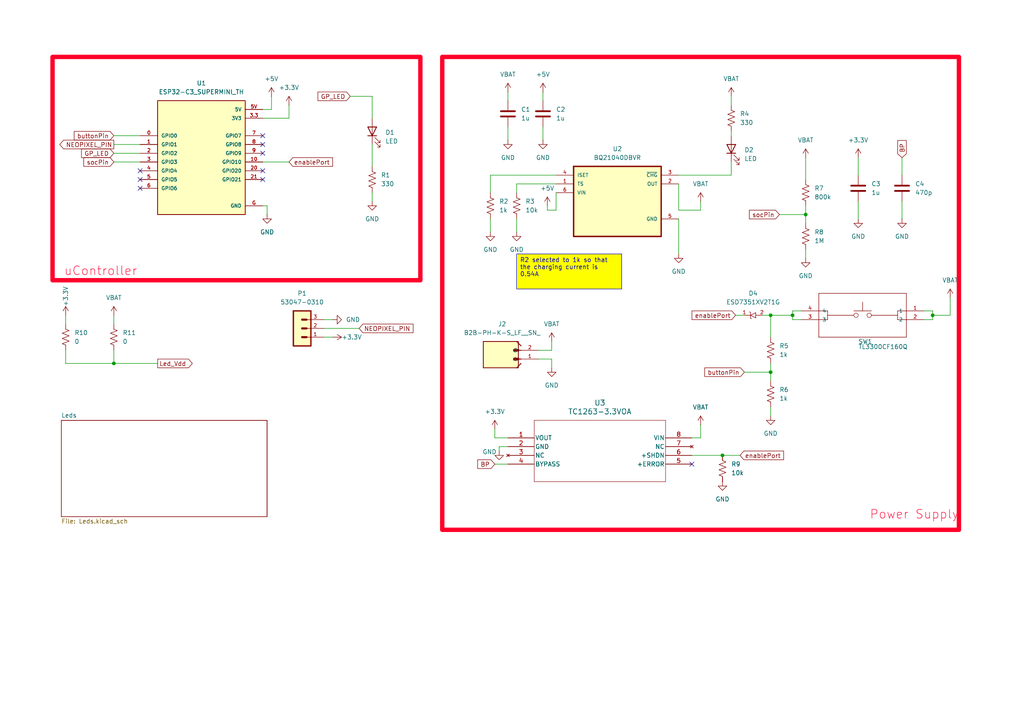
<source format=kicad_sch>
(kicad_sch (version 20250114) (generator "eeschema") (generator_version "9.0")
  (paper "A4")
  (title_block (title "7Tally") (date "2025-09-09") (rev "1.0") (company "Hazcompany"))
  (lib_symbols
    (symbol "53047-0310:53047-0310" (pin_names (offset 1.016))
      (property "Reference" "P" (at -1.27 5.715 0))
      (property "Value" "53047-0310" (at -1.27 -7.62 0))
      (symbol "53047-0310_0_0"
        (rectangle (start -1.27 -5.08) (end 3.81 5.08) (stroke (width 0.4064)) (fill (type background)))
        (polyline (pts (xy 1.27 2.54) (xy 0 2.54)) (stroke (width 0.6096)))
        (polyline (pts (xy 1.27 0) (xy 0 0)) (stroke (width 0.6096)))
        (polyline (pts (xy 1.27 -2.54) (xy 0 -2.54)) (stroke (width 0.6096)))
        (pin passive line (at -5.08 2.54 0) (length 5.08) (name "~") (number "1"))
        (pin passive line (at -5.08 0 0) (length 5.08) (name "~") (number "2"))
        (pin passive line (at -5.08 -2.54 0) (length 5.08) (name "~") (number "3"))
      )
    )
    (symbol "B2B-PH-K-S_LF__SN_:B2B-PH-K-S_LF__SN_" (pin_names (offset 1.016))
      (property "Reference" "J" (at -5.58 5.08 0))
      (property "Value" "B2B-PH-K-S_LF__SN_" (at -5.08 -5.08 0))
      (symbol "B2B-PH-K-S_LF__SN__0_0"
        (polyline (pts (xy -5.08 3.81) (xy -3.81 5.08)) (stroke (width 0.254)))
        (polyline (pts (xy -5.08 2.54) (xy -3.175 2.54)) (stroke (width 0.254)))
        (polyline (pts (xy -5.08 0) (xy -3.175 0)) (stroke (width 0.254)))
        (polyline (pts (xy -5.08 -1.27) (xy -3.81 -2.54)) (stroke (width 0.254)))
        (rectangle (start -4.445 2.2225) (end -2.8575 2.8575) (stroke (width 0.1)) (fill (type outline)))
        (rectangle (start -4.445 -0.3175) (end -2.8575 0.3175) (stroke (width 0.1)) (fill (type outline)))
        (rectangle (start -4.2863 -2.54) (end 5.8738 5.08) (stroke (width 0.254)) (fill (type background)))
        (pin passive line (at -10.16 2.54 0) (length 5.08) (name "1") (number "1"))
        (pin passive line (at -10.16 0 0) (length 5.08) (name "2") (number "2"))
      )
    )
    (symbol "BQ21040DBVR:BQ21040DBVR" (pin_names (offset 1.016))
      (property "Reference" "U" (at -12.7 11.16 0))
      (property "Value" "BQ21040DBVR" (at -12.7 -14.16 0))
      (symbol "BQ21040DBVR_0_0"
        (rectangle (start -12.7 -10.16) (end 12.7 10.16) (stroke (width 0.41)) (fill (type background)))
        (pin input line (at -17.78 7.62 0) (length 5.08) (name "ISET") (number "4"))
        (pin input line (at -17.78 5.08 0) (length 5.08) (name "TS") (number "1"))
        (pin input line (at -17.78 2.54 0) (length 5.08) (name "VIN") (number "6"))
        (pin output line (at 17.78 7.62 180) (length 5.08) (name "~{CHG}") (number "3"))
        (pin output line (at 17.78 5.08 180) (length 5.08) (name "OUT") (number "2"))
        (pin power_in line (at 17.78 -5.08 180) (length 5.08) (name "GND") (number "5"))
      )
    )
    (symbol "Device:C" (pin_numbers (hide yes)) (pin_names (offset 0.254))
      (property "Reference" "C" (at 0.635 2.54 0))
      (property "Value" "C" (at 0.635 -2.54 0))
      (symbol "C_0_1"
        (polyline (pts (xy -2.032 0.762) (xy 2.032 0.762)) (stroke (width 0.508)))
        (polyline (pts (xy -2.032 -0.762) (xy 2.032 -0.762)) (stroke (width 0.508)))
      )
      (symbol "C_1_1"
        (pin passive line (at 0 3.81 270) (length 2.794) (name "~") (number "1"))
        (pin passive line (at 0 -3.81 90) (length 2.794) (name "~") (number "2"))
      )
    )
    (symbol "Device:LED" (pin_numbers (hide yes)) (pin_names (offset 1.016) (hide yes))
      (property "Reference" "D" (at 0 2.54 0))
      (property "Value" "LED" (at 0 -2.54 0))
      (symbol "LED_0_1"
        (polyline (pts (xy -3.048 -0.762) (xy -4.572 -2.286) (xy -3.81 -2.286) (xy -4.572 -2.286) (xy -4.572 -1.524)))
        (polyline (pts (xy -1.778 -0.762) (xy -3.302 -2.286) (xy -2.54 -2.286) (xy -3.302 -2.286) (xy -3.302 -1.524)))
        (polyline (pts (xy -1.27 0) (xy 1.27 0)))
        (polyline (pts (xy -1.27 -1.27) (xy -1.27 1.27)) (stroke (width 0.254)))
        (polyline (pts (xy 1.27 -1.27) (xy 1.27 1.27) (xy -1.27 0) (xy 1.27 -1.27)) (stroke (width 0.254)))
      )
      (symbol "LED_1_1"
        (pin passive line (at -3.81 0 0) (length 2.54) (name "K") (number "1"))
        (pin passive line (at 3.81 0 180) (length 2.54) (name "A") (number "2"))
      )
    )
    (symbol "Device:R_US" (pin_numbers (hide yes)) (pin_names (offset 0))
      (property "Reference" "R" (at 2.54 0 90))
      (property "Value" "R_US" (at -2.54 0 90))
      (symbol "R_US_0_1"
        (polyline (pts (xy 0 2.286) (xy 0 2.54)))
        (polyline (pts (xy 0 2.286) (xy 1.016 1.905) (xy 0 1.524) (xy -1.016 1.143) (xy 0 0.762)))
        (polyline (pts (xy 0 0.762) (xy 1.016 0.381) (xy 0 0) (xy -1.016 -0.381) (xy 0 -0.762)))
        (polyline (pts (xy 0 -0.762) (xy 1.016 -1.143) (xy 0 -1.524) (xy -1.016 -1.905) (xy 0 -2.286)))
        (polyline (pts (xy 0 -2.286) (xy 0 -2.54)))
      )
      (symbol "R_US_1_1"
        (pin passive line (at 0 3.81 270) (length 1.27) (name "~") (number "1"))
        (pin passive line (at 0 -3.81 90) (length 1.27) (name "~") (number "2"))
      )
    )
    (symbol "ESD7351XV2T1G:ESD7351XV2T1G" (pin_names (offset 1.016))
      (property "Reference" "D" (at -2.54 1.27 0))
      (property "Value" "ESD7351XV2T1G" (at -2.54 -2.54 0))
      (symbol "ESD7351XV2T1G_0_0"
        (polyline (pts (xy -2.54 0) (xy -0.762 0)) (stroke (width 0.1524)))
        (polyline (pts (xy -0.762 0.762) (xy -1.016 1.016)) (stroke (width 0.1524)))
        (polyline (pts (xy -0.762 0.762) (xy -0.762 0)) (stroke (width 0.1524)))
        (polyline (pts (xy -0.762 0) (xy -0.762 -0.762)) (stroke (width 0.1524)))
        (polyline (pts (xy -0.762 0) (xy 0.762 0.762)) (stroke (width 0.1524)))
        (polyline (pts (xy -0.762 0) (xy 0.762 -0.762)) (stroke (width 0.1524)))
        (polyline (pts (xy -0.762 -0.762) (xy -0.508 -1.016)) (stroke (width 0.1524)))
        (polyline (pts (xy 0.762 0.762) (xy 0.762 0)) (stroke (width 0.1524)))
        (polyline (pts (xy 0.762 0) (xy 0.762 -0.762)) (stroke (width 0.1524)))
        (polyline (pts (xy 0.762 0) (xy 2.54 0)) (stroke (width 0.1524)))
        (pin passive line (at -2.54 0 0) (length 0) (name "~") (number "1"))
        (pin passive line (at 2.54 0 180) (length 0) (name "~") (number "2"))
      )
    )
    (symbol "ESP32-C3_SUPERMINI_TH:ESP32-C3_SUPERMINI_TH" (pin_names (offset 1.016))
      (property "Reference" "U" (at -12.7 16.002 0))
      (property "Value" "ESP32-C3_SUPERMINI_TH" (at -12.7 -20.32 0))
      (symbol "ESP32-C3_SUPERMINI_TH_0_0"
        (rectangle (start -12.7 -17.78) (end 12.7 15.24) (stroke (width 0.254)) (fill (type background)))
        (pin bidirectional line (at -17.78 5.08 0) (length 5.08) (name "GPIO0") (number "0"))
        (pin bidirectional line (at -17.78 2.54 0) (length 5.08) (name "GPIO1") (number "1"))
        (pin bidirectional line (at -17.78 0 0) (length 5.08) (name "GPIO2") (number "2"))
        (pin bidirectional line (at -17.78 -2.54 0) (length 5.08) (name "GPIO3") (number "3"))
        (pin bidirectional line (at -17.78 -5.08 0) (length 5.08) (name "GPIO4") (number "4"))
        (pin bidirectional line (at -17.78 -7.62 0) (length 5.08) (name "GPIO5") (number "5"))
        (pin bidirectional line (at -17.78 -10.16 0) (length 5.08) (name "GPIO6") (number "6"))
        (pin power_in line (at 17.78 12.7 180) (length 5.08) (name "5V") (number "5V"))
        (pin power_in line (at 17.78 10.16 180) (length 5.08) (name "3V3") (number "3.3"))
        (pin bidirectional line (at 17.78 5.08 180) (length 5.08) (name "GPIO7") (number "7"))
        (pin bidirectional line (at 17.78 2.54 180) (length 5.08) (name "GPIO8") (number "8"))
        (pin bidirectional line (at 17.78 0 180) (length 5.08) (name "GPIO9") (number "9"))
        (pin bidirectional line (at 17.78 -2.54 180) (length 5.08) (name "GPIO10") (number "10"))
        (pin bidirectional line (at 17.78 -5.08 180) (length 5.08) (name "GPIO20") (number "20"))
        (pin bidirectional line (at 17.78 -7.62 180) (length 5.08) (name "GPIO21") (number "21"))
        (pin power_in line (at 17.78 -15.24 180) (length 5.08) (name "GND") (number "G"))
      )
    )
    (symbol "TC1263-3-3VOA:TC1263-3.3VOA" (pin_names (offset 0.254))
      (property "Reference" "U" (at 26.67 10.16 0))
      (property "Value" "TC1263-3.3VOA" (at 26.67 7.62 0))
      (symbol "TC1263-3.3VOA_0_1"
        (polyline (pts (xy 7.62 5.08) (xy 7.62 -12.7)) (stroke (width 0.127)))
        (polyline (pts (xy 7.62 -12.7) (xy 45.72 -12.7)) (stroke (width 0.127)))
        (polyline (pts (xy 45.72 5.08) (xy 7.62 5.08)) (stroke (width 0.127)))
        (polyline (pts (xy 45.72 -12.7) (xy 45.72 5.08)) (stroke (width 0.127)))
      )
      (symbol "TC1263-3.3VOA_1_1"
        (pin output line (at 0 0 0) (length 7.62) (name "VOUT") (number "1"))
        (pin input line (at 0 -2.54 0) (length 7.62) (name "GND") (number "2"))
        (pin no_connect line (at 0 -5.08 0) (length 7.62) (name "NC") (number "3"))
        (pin input line (at 0 -7.62 0) (length 7.62) (name "BYPASS") (number "4"))
        (pin input line (at 53.34 0 180) (length 7.62) (name "VIN") (number "8"))
        (pin no_connect line (at 53.34 -2.54 180) (length 7.62) (name "NC") (number "7"))
        (pin output line (at 53.34 -5.08 180) (length 7.62) (name "+SHDN") (number "6"))
        (pin output line (at 53.34 -7.62 180) (length 7.62) (name "+ERROR") (number "5"))
      )
    )
    (symbol "TL3300CF160Q:TL3300CF160Q" (pin_names (offset 1.016))
      (property "Reference" "SW" (at 15.5946 9.1186 0))
      (property "Value" "TL3300CF160Q" (at 14.9552 6.5786 0))
      (symbol "TL3300CF160Q_0_0"
        (polyline (pts (xy 7.62 5.08) (xy 7.62 -7.62)) (stroke (width 0.1524)))
        (polyline (pts (xy 7.62 0) (xy 10.16 0)) (stroke (width 0.1524)))
        (polyline (pts (xy 7.62 -2.54) (xy 10.16 -2.54)) (stroke (width 0.1524)))
        (polyline (pts (xy 7.62 -7.62) (xy 33.02 -7.62)) (stroke (width 0.1524)))
        (polyline (pts (xy 10.16 0) (xy 10.16 -2.54)) (stroke (width 0.1524)))
        (polyline (pts (xy 10.16 -1.27) (xy 17.78 -1.27)) (stroke (width 0.1524)))
        (polyline (pts (xy 17.78 0) (xy 22.86 0)) (stroke (width 0.1524)))
        (arc (start 19.05 -1.27) (mid 18.415 -1.9022) (end 17.78 -1.27) (stroke (width 0.127)))
        (arc (start 17.78 -1.27) (mid 18.415 -0.6377) (end 19.05 -1.27) (stroke (width 0.127)))
        (polyline (pts (xy 20.32 2.54) (xy 20.32 0)) (stroke (width 0.1524)))
        (arc (start 22.86 -1.27) (mid 22.225 -1.9022) (end 21.59 -1.27) (stroke (width 0.127)))
        (arc (start 21.59 -1.27) (mid 22.225 -0.6377) (end 22.86 -1.27) (stroke (width 0.127)))
        (polyline (pts (xy 30.48 0) (xy 30.48 -2.54)) (stroke (width 0.1524)))
        (polyline (pts (xy 30.48 -1.27) (xy 22.86 -1.27)) (stroke (width 0.1524)))
        (polyline (pts (xy 30.48 -2.54) (xy 33.02 -2.54)) (stroke (width 0.1524)))
        (polyline (pts (xy 33.02 5.08) (xy 7.62 5.08)) (stroke (width 0.1524)))
        (polyline (pts (xy 33.02 0) (xy 30.48 0)) (stroke (width 0.1524)))
        (polyline (pts (xy 33.02 -7.62) (xy 33.02 5.08)) (stroke (width 0.1524)))
        (pin passive line (at 2.54 0 0) (length 5.08) (name "1") (number "1"))
        (pin passive line (at 2.54 -2.54 0) (length 5.08) (name "2") (number "2"))
        (pin passive line (at 38.1 0 180) (length 5.08) (name "4") (number "4"))
        (pin passive line (at 38.1 -2.54 180) (length 5.08) (name "3") (number "3"))
      )
    )
    (symbol "power:+3.3V" (power) (pin_numbers (hide yes)) (pin_names (offset 0) (hide yes))
      (property "Value" "+3.3V" (at 0 3.556 0))
      (symbol "+3.3V_0_1"
        (polyline (pts (xy -0.762 1.27) (xy 0 2.54)))
        (polyline (pts (xy 0 2.54) (xy 0.762 1.27)))
        (polyline (pts (xy 0 0) (xy 0 2.54)))
      )
      (symbol "+3.3V_1_1"
        (pin power_in line (at 0 0 90) (length 0) (name "~") (number "1"))
      )
    )
    (symbol "power:+5V" (power) (pin_numbers (hide yes)) (pin_names (offset 0) (hide yes))
      (property "Value" "+5V" (at 0 3.556 0))
      (symbol "+5V_0_1"
        (polyline (pts (xy -0.762 1.27) (xy 0 2.54)))
        (polyline (pts (xy 0 2.54) (xy 0.762 1.27)))
        (polyline (pts (xy 0 0) (xy 0 2.54)))
      )
      (symbol "+5V_1_1"
        (pin power_in line (at 0 0 90) (length 0) (name "~") (number "1"))
      )
    )
    (symbol "power:+BATT" (power) (pin_numbers (hide yes)) (pin_names (offset 0) (hide yes))
      (property "Value" "+BATT" (at 0 3.556 0))
      (symbol "+BATT_0_1"
        (polyline (pts (xy -0.762 1.27) (xy 0 2.54)))
        (polyline (pts (xy 0 2.54) (xy 0.762 1.27)))
        (polyline (pts (xy 0 0) (xy 0 2.54)))
      )
      (symbol "+BATT_1_1"
        (pin power_in line (at 0 0 90) (length 0) (name "~") (number "1"))
      )
    )
    (symbol "power:GND" (power) (pin_numbers (hide yes)) (pin_names (offset 0) (hide yes))
      (property "Value" "GND" (at 0 -3.81 0))
      (symbol "GND_0_1"
        (polyline (pts (xy 0 0) (xy 0 -1.27) (xy 1.27 -1.27) (xy 0 -2.54) (xy -1.27 -1.27) (xy 0 -1.27)))
      )
      (symbol "GND_1_1"
        (pin power_in line (at 0 0 270) (length 0) (name "~") (number "1"))
      )
    )
  )
  (rectangle (start 15.24 16.51) (end 121.92 81.28) (stroke (width 1.27) (color 255 0 39 1)))
  (rectangle (start 128.27 16.51) (end 278.13 153.67) (stroke (width 1.27) (color 255 0 39 1)))
  (text "uController\n" (at 29.21 78.74 0) (effects (font (size 2.54 2.54))))
  (text "Power Supply\n" (at 265.176 149.352 0) (effects (font (size 2.54 2.54))))
  (text_box "R2 selected to 1k so that the charging current is 0.54A" (at 149.86 73.66 0) (size 30.48 10.16) (margins 0.9525 0.9525 0.9525 0.9525) (fill (type color) (color 255 254 0 1)) (effects (font (size 1.27 1.27)) (justify left top)))
  (junction (at 270.51 91.44))
  (junction (at 229.87 91.44))
  (junction (at 209.55 132.08))
  (junction (at 223.52 107.95))
  (junction (at 233.68 62.23))
  (junction (at 223.52 91.44))
  (junction (at 33.02 105.41))
  (no_connect (at 76.2 44.45))
  (no_connect (at 40.64 49.53))
  (no_connect (at 40.64 54.61))
  (no_connect (at 76.2 49.53))
  (no_connect (at 76.2 41.91))
  (no_connect (at 40.64 52.07))
  (no_connect (at 76.2 39.37))
  (no_connect (at 200.66 134.62))
  (no_connect (at 76.2 52.07))
  (wire (pts (xy 96.52 92.71) (xy 93.98 92.71)))
  (wire (pts (xy 147.32 36.83) (xy 147.32 40.64)))
  (wire (pts (xy 212.09 38.1) (xy 212.09 39.37)))
  (wire (pts (xy 107.95 55.88) (xy 107.95 58.42)))
  (wire (pts (xy 158.75 59.69) (xy 158.75 60.96)))
  (wire (pts (xy 149.86 53.34) (xy 149.86 55.88)))
  (wire (pts (xy 76.2 31.75) (xy 78.74 31.75)))
  (wire (pts (xy 33.02 105.41) (xy 19.05 105.41)))
  (wire (pts (xy 77.47 59.69) (xy 77.47 62.23)))
  (wire (pts (xy 93.98 95.25) (xy 104.14 95.25)))
  (wire (pts (xy 144.78 130.81) (xy 144.78 129.54)))
  (wire (pts (xy 203.2 127) (xy 203.2 123.19)))
  (wire (pts (xy 270.51 91.44) (xy 270.51 92.71)))
  (wire (pts (xy 223.52 105.41) (xy 223.52 107.95)))
  (wire (pts (xy 147.32 127) (xy 143.51 127)))
  (wire (pts (xy 209.55 132.08) (xy 214.63 132.08)))
  (wire (pts (xy 33.02 46.99) (xy 40.64 46.99)))
  (wire (pts (xy 270.51 91.44) (xy 275.59 91.44)))
  (wire (pts (xy 229.87 91.44) (xy 229.87 92.71)))
  (wire (pts (xy 107.95 27.94) (xy 107.95 34.29)))
  (wire (pts (xy 149.86 63.5) (xy 149.86 67.31)))
  (wire (pts (xy 267.97 92.71) (xy 270.51 92.71)))
  (wire (pts (xy 233.68 72.39) (xy 233.68 74.93)))
  (wire (pts (xy 157.48 36.83) (xy 157.48 40.64)))
  (wire (pts (xy 147.32 29.21) (xy 147.32 26.67)))
  (wire (pts (xy 107.95 41.91) (xy 107.95 48.26)))
  (wire (pts (xy 76.2 34.29) (xy 83.82 34.29)))
  (wire (pts (xy 196.85 60.96) (xy 203.2 60.96)))
  (wire (pts (xy 212.09 27.94) (xy 212.09 30.48)))
  (wire (pts (xy 196.85 50.8) (xy 212.09 50.8)))
  (wire (pts (xy 261.62 50.8) (xy 261.62 45.72)))
  (wire (pts (xy 19.05 101.6) (xy 19.05 105.41)))
  (wire (pts (xy 33.02 44.45) (xy 40.64 44.45)))
  (wire (pts (xy 229.87 92.71) (xy 232.41 92.71)))
  (wire (pts (xy 142.24 50.8) (xy 142.24 55.88)))
  (wire (pts (xy 233.68 45.72) (xy 233.68 52.07)))
  (wire (pts (xy 223.52 107.95) (xy 223.52 110.49)))
  (wire (pts (xy 196.85 53.34) (xy 196.85 60.96)))
  (wire (pts (xy 233.68 62.23) (xy 233.68 64.77)))
  (wire (pts (xy 33.02 101.6) (xy 33.02 105.41)))
  (wire (pts (xy 223.52 118.11) (xy 223.52 120.65)))
  (wire (pts (xy 161.29 50.8) (xy 142.24 50.8)))
  (wire (pts (xy 261.62 58.42) (xy 261.62 63.5)))
  (wire (pts (xy 223.52 91.44) (xy 229.87 91.44)))
  (wire (pts (xy 157.48 26.67) (xy 157.48 29.21)))
  (wire (pts (xy 213.36 91.44) (xy 215.9 91.44)))
  (wire (pts (xy 233.68 59.69) (xy 233.68 62.23)))
  (wire (pts (xy 160.02 104.14) (xy 160.02 106.68)))
  (wire (pts (xy 33.02 39.37) (xy 40.64 39.37)))
  (wire (pts (xy 229.87 90.17) (xy 229.87 91.44)))
  (wire (pts (xy 76.2 59.69) (xy 77.47 59.69)))
  (wire (pts (xy 143.51 134.62) (xy 147.32 134.62)))
  (wire (pts (xy 96.52 97.79) (xy 93.98 97.79)))
  (wire (pts (xy 270.51 90.17) (xy 270.51 91.44)))
  (wire (pts (xy 248.92 50.8) (xy 248.92 45.72)))
  (wire (pts (xy 33.02 41.91) (xy 40.64 41.91)))
  (wire (pts (xy 226.06 62.23) (xy 233.68 62.23)))
  (wire (pts (xy 267.97 90.17) (xy 270.51 90.17)))
  (wire (pts (xy 200.66 127) (xy 203.2 127)))
  (wire (pts (xy 248.92 58.42) (xy 248.92 63.5)))
  (wire (pts (xy 161.29 60.96) (xy 161.29 55.88)))
  (wire (pts (xy 200.66 132.08) (xy 209.55 132.08)))
  (wire (pts (xy 156.21 104.14) (xy 160.02 104.14)))
  (wire (pts (xy 83.82 30.48) (xy 83.82 34.29)))
  (wire (pts (xy 143.51 124.46) (xy 143.51 127)))
  (wire (pts (xy 156.21 101.6) (xy 160.02 101.6)))
  (wire (pts (xy 19.05 91.44) (xy 19.05 93.98)))
  (wire (pts (xy 78.74 27.94) (xy 78.74 31.75)))
  (wire (pts (xy 76.2 46.99) (xy 83.82 46.99)))
  (wire (pts (xy 215.9 107.95) (xy 223.52 107.95)))
  (wire (pts (xy 161.29 53.34) (xy 149.86 53.34)))
  (wire (pts (xy 203.2 58.42) (xy 203.2 60.96)))
  (wire (pts (xy 223.52 91.44) (xy 223.52 97.79)))
  (wire (pts (xy 232.41 90.17) (xy 229.87 90.17)))
  (wire (pts (xy 33.02 91.44) (xy 33.02 93.98)))
  (wire (pts (xy 220.98 91.44) (xy 223.52 91.44)))
  (wire (pts (xy 142.24 63.5) (xy 142.24 67.31)))
  (wire (pts (xy 144.78 129.54) (xy 147.32 129.54)))
  (wire (pts (xy 158.75 60.96) (xy 161.29 60.96)))
  (wire (pts (xy 196.85 63.5) (xy 196.85 73.66)))
  (wire (pts (xy 101.6 27.94) (xy 107.95 27.94)))
  (wire (pts (xy 160.02 101.6) (xy 160.02 99.06)))
  (wire (pts (xy 33.02 105.41) (xy 45.72 105.41)))
  (wire (pts (xy 275.59 86.36) (xy 275.59 91.44)))
  (wire (pts (xy 212.09 46.99) (xy 212.09 50.8)))
  (global_label "NEOPIXEL_PIN" (shape output) (at 33.02 41.91 180) (property "Intersheetrefs" "${INTERSHEET_REFS}" (effects (hide yes))))
  (global_label "NEOPIXEL_PIN" (shape input) (at 104.14 95.25 0) (property "Intersheetrefs" "${INTERSHEET_REFS}" (effects (hide yes))))
  (global_label "enablePort" (shape input) (at 83.82 46.99 0) (property "Intersheetrefs" "${INTERSHEET_REFS}" (effects (hide yes))))
  (global_label "GP_LED" (shape input) (at 33.02 44.45 180) (property "Intersheetrefs" "${INTERSHEET_REFS}" (effects (hide yes))))
  (global_label "buttonPin" (shape input) (at 215.9 107.95 180) (property "Intersheetrefs" "${INTERSHEET_REFS}" (effects (hide yes))))
  (global_label "Led_Vdd" (shape output) (at 45.72 105.41 0) (property "Intersheetrefs" "${INTERSHEET_REFS}" (effects (hide yes))))
  (global_label "enablePort" (shape input) (at 214.63 132.08 0) (property "Intersheetrefs" "${INTERSHEET_REFS}" (effects (hide yes))))
  (global_label "GP_LED" (shape input) (at 101.6 27.94 180) (property "Intersheetrefs" "${INTERSHEET_REFS}" (effects (hide yes))))
  (global_label "BP" (shape input) (at 261.62 45.72 90) (property "Intersheetrefs" "${INTERSHEET_REFS}" (effects (hide yes))))
  (global_label "BP" (shape input) (at 143.51 134.62 180) (property "Intersheetrefs" "${INTERSHEET_REFS}" (effects (hide yes))))
  (global_label "socPin" (shape input) (at 33.02 46.99 180) (property "Intersheetrefs" "${INTERSHEET_REFS}" (effects (hide yes))))
  (global_label "enablePort" (shape input) (at 213.36 91.44 180) (property "Intersheetrefs" "${INTERSHEET_REFS}" (effects (hide yes))))
  (global_label "buttonPin" (shape input) (at 33.02 39.37 180) (property "Intersheetrefs" "${INTERSHEET_REFS}" (effects (hide yes))))
  (global_label "socPin" (shape input) (at 226.06 62.23 180) (property "Intersheetrefs" "${INTERSHEET_REFS}" (effects (hide yes))))
  (symbol (lib_id "power:GND") (at 157.48 40.64 0) (unit 1)
    (property "Reference" "#PWR012" (effects (hide yes)))
    (property "Value" "GND" (at 157.48 45.72 0))
    (property "Description" "Power symbol creates a global label with name \"GND\" , ground" (effects (hide yes)))
  )
  (symbol (lib_id "power:+3.3V") (at 143.51 124.46 0) (unit 1)
    (property "Reference" "#PWR018" (effects (hide yes)))
    (property "Value" "+3.3V" (at 143.51 119.38 0))
    (property "Description" "Power symbol creates a global label with name \"+3.3V\"" (effects (hide yes)))
  )
  (symbol (lib_id "power:GND") (at 209.55 139.7 0) (unit 1)
    (property "Reference" "#PWR017" (effects (hide yes)))
    (property "Value" "GND" (at 209.55 144.78 0))
    (property "Description" "Power symbol creates a global label with name \"GND\" , ground" (effects (hide yes)))
  )
  (symbol (lib_id "power:GND") (at 233.68 74.93 0) (unit 1)
    (property "Reference" "#PWR015" (effects (hide yes)))
    (property "Value" "GND" (at 233.68 80.01 0))
    (property "Description" "Power symbol creates a global label with name \"GND\" , ground" (effects (hide yes)))
  )
  (symbol (lib_id "power:+3.3V") (at 96.52 97.79 270) (unit 1)
    (property "Reference" "#PWR022" (effects (hide yes)))
    (property "Value" "+3.3V" (at 99.06 97.79 90) (effects (justify left)))
    (property "Description" "Power symbol creates a global label with name \"+3.3V\"" (effects (hide yes)))
  )
  (symbol (lib_id "Device:LED") (at 212.09 43.18 90) (unit 1)
    (property "Reference" "D2" (at 215.9 43.4974 90) (effects (justify right)))
    (property "Value" "LED" (at 215.9 46.0374 90) (effects (justify right)))
    (property "Footprint" "LED_SMD:LED_0805_2012Metric" (effects (hide yes)))
    (property "Description" "Light emitting diode" (effects (hide yes)))
    (property "Sim.Pins" "1=K 2=A" (effects (hide yes)))
  )
  (symbol (lib_id "power:GND") (at 196.85 73.66 0) (unit 1)
    (property "Reference" "#PWR06" (effects (hide yes)))
    (property "Value" "GND" (at 196.85 78.74 0))
    (property "Description" "Power symbol creates a global label with name \"GND\" , ground" (effects (hide yes)))
  )
  (symbol (lib_id "power:GND") (at 96.52 92.71 90) (unit 1)
    (property "Reference" "#PWR024" (effects (hide yes)))
    (property "Value" "GND" (at 100.33 92.7099 90) (effects (justify right)))
    (property "Description" "Power symbol creates a global label with name \"GND\" , ground" (effects (hide yes)))
  )
  (symbol (lib_id "power:+BATT") (at 212.09 27.94 0) (unit 1)
    (property "Reference" "#VBAT0103" (effects (hide yes)))
    (property "Value" "VBAT" (at 212.09 22.86 0))
    (property "Description" "Power symbol creates a global label with name \"+BATT\"" (effects (hide yes)))
  )
  (symbol (lib_id "Device:R_US") (at 233.68 68.58 0) (unit 1)
    (property "Reference" "R8" (at 236.22 67.3099 0) (effects (justify left)))
    (property "Value" "1M" (at 236.22 69.8499 0) (effects (justify left)))
    (property "Footprint" "Resistor_SMD:R_0805_2012Metric" (effects (hide yes)))
    (property "Description" "Resistor, US symbol" (effects (hide yes)))
  )
  (symbol (lib_id "Device:R_US") (at 19.05 97.79 0) (unit 1)
    (property "Reference" "R10" (at 21.59 96.5199 0) (effects (justify left)))
    (property "Value" "0" (at 21.59 99.0599 0) (effects (justify left)))
    (property "Footprint" "Resistor_SMD:R_01005_0402Metric" (effects (hide yes)))
    (property "Description" "Resistor, US symbol" (effects (hide yes)))
  )
  (symbol (lib_id "Device:R_US") (at 149.86 59.69 0) (unit 1)
    (property "Reference" "R3" (at 152.4 58.4199 0) (effects (justify left)))
    (property "Value" "10k" (at 152.4 60.9599 0) (effects (justify left)))
    (property "Footprint" "Resistor_SMD:R_0805_2012Metric" (effects (hide yes)))
    (property "Description" "Resistor, US symbol" (effects (hide yes)))
  )
  (symbol (lib_id "Device:R_US") (at 33.02 97.79 0) (unit 1)
    (property "Reference" "R11" (at 35.56 96.5199 0) (effects (justify left)))
    (property "Value" "0" (at 35.56 99.0599 0) (effects (justify left)))
    (property "Footprint" "Resistor_SMD:R_0402_1005Metric" (effects (hide yes)))
    (property "Description" "Resistor, US symbol" (effects (hide yes)))
  )
  (symbol (lib_id "power:+BATT") (at 233.68 45.72 0) (unit 1)
    (property "Reference" "#VBAT0107" (effects (hide yes)))
    (property "Value" "VBAT" (at 233.68 40.64 0))
    (property "Description" "Power symbol creates a global label with name \"+BATT\"" (effects (hide yes)))
  )
  (symbol (lib_id "power:GND") (at 142.24 67.31 0) (unit 1)
    (property "Reference" "#PWR027" (effects (hide yes)))
    (property "Value" "GND" (at 142.24 72.39 0))
    (property "Description" "Power symbol creates a global label with name \"GND\" , ground" (effects (hide yes)))
  )
  (symbol (lib_id "Device:C") (at 157.48 33.02 0) (unit 1)
    (property "Reference" "C2" (at 161.29 31.7499 0) (effects (justify left)))
    (property "Value" "1u" (at 161.29 34.2899 0) (effects (justify left)))
    (property "Footprint" "Capacitor_SMD:C_0805_2012Metric" (effects (hide yes)))
    (property "Description" "Unpolarized capacitor" (effects (hide yes)))
  )
  (symbol (lib_id "power:+BATT") (at 203.2 123.19 0) (unit 1)
    (property "Reference" "#VBAT0101" (effects (hide yes)))
    (property "Value" "VBAT" (at 203.2 118.11 0))
    (property "Description" "Power symbol creates a global label with name \"+BATT\"" (effects (hide yes)))
  )
  (symbol (lib_id "power:GND") (at 160.02 106.68 0) (unit 1)
    (property "Reference" "#PWR026" (effects (hide yes)))
    (property "Value" "GND" (at 160.02 111.76 0))
    (property "Description" "Power symbol creates a global label with name \"GND\" , ground" (effects (hide yes)))
  )
  (symbol (lib_id "Device:R_US") (at 107.95 52.07 0) (unit 1)
    (property "Reference" "R1" (at 110.49 50.7999 0) (effects (justify left)))
    (property "Value" "330" (at 110.49 53.3399 0) (effects (justify left)))
    (property "Footprint" "Resistor_SMD:R_0805_2012Metric" (effects (hide yes)))
    (property "Description" "Resistor, US symbol" (effects (hide yes)))
  )
  (symbol (lib_id "power:GND") (at 77.47 62.23 0) (unit 1)
    (property "Reference" "#PWR03" (effects (hide yes)))
    (property "Value" "GND" (at 77.47 67.31 0))
    (property "Description" "Power symbol creates a global label with name \"GND\" , ground" (effects (hide yes)))
  )
  (symbol (lib_id "power:+5V") (at 78.74 27.94 0) (unit 1)
    (property "Reference" "#PWR07" (effects (hide yes)))
    (property "Value" "+5V" (at 78.74 22.86 0))
    (property "Description" "Power symbol creates a global label with name \"+5V\"" (effects (hide yes)))
  )
  (symbol (lib_id "BQ21040DBVR:BQ21040DBVR") (at 179.07 58.42 0) (unit 1)
    (property "Reference" "U2" (at 179.07 43.18 0))
    (property "Value" "BQ21040DBVR" (at 179.07 45.72 0))
    (property "Footprint" "BQ21040DBVR:SOT95P280X145-6N" (effects (hide yes)))
    (property "MF" "Texas Instruments" (effects (hide yes)))
    (property "Description_1" "1-cell, 0.8-A Li-ion and Li-polymer battery charger" (effects (hide yes)))
    (property "Package" "SOT-23-6 Texas Instruments" (effects (hide yes)))
    (property "Price" "None" (effects (hide yes)))
    (property "SnapEDA_Link" "https://www.snapeda.com/parts/BQ21040DBVR/Texas+Instruments/view-part/?ref=snap" (effects (hide yes)))
    (property "MP" "BQ21040DBVR" (effects (hide yes)))
    (property "Availability" "In Stock" (effects (hide yes)))
    (property "Check_prices" "https://www.snapeda.com/parts/BQ21040DBVR/Texas+Instruments/view-part/?ref=eda" (effects (hide yes)))
  )
  (symbol (lib_id "B2B-PH-K-S_LF__SN_:B2B-PH-K-S_LF__SN_") (at 146.05 101.6 180) (unit 1)
    (property "Reference" "J2" (at 145.6531 93.98 0))
    (property "Value" "B2B-PH-K-S_LF__SN_" (at 145.6531 96.52 0))
    (property "Footprint" "B2B-PH-K-S_LF__SN_:JST_B2B-PH-K-S_LF__SN_" (effects (hide yes)))
    (property "MF" "JST" (effects (hide yes)))
    (property "Description_1" "2.0 mm pitch/Disconnectable Crimp style connectors" (effects (hide yes)))
    (property "Package" "None" (effects (hide yes)))
    (property "Price" "None" (effects (hide yes)))
    (property "Check_prices" "https://www.snapeda.com/parts/B2B-PH-K-S(LF)(SN)/JST/view-part/?ref=eda" (effects (hide yes)))
    (property "SnapEDA_Link" "https://www.snapeda.com/parts/B2B-PH-K-S(LF)(SN)/JST/view-part/?ref=snap" (effects (hide yes)))
    (property "MP" "B2B-PH-K-S(LF)(SN)" (effects (hide yes)))
    (property "Availability" "In Stock" (effects (hide yes)))
    (property "MANUFACTURER" "JST" (effects (hide yes)))
  )
  (symbol (lib_id "Device:C") (at 248.92 54.61 0) (unit 1)
    (property "Reference" "C3" (at 252.73 53.3399 0) (effects (justify left)))
    (property "Value" "1u" (at 252.73 55.8799 0) (effects (justify left)))
    (property "Footprint" "Capacitor_SMD:C_0805_2012Metric" (effects (hide yes)))
    (property "Description" "Unpolarized capacitor" (effects (hide yes)))
  )
  (symbol (lib_id "power:GND") (at 144.78 130.81 0) (unit 1)
    (property "Reference" "#PWR029" (effects (hide yes)))
    (property "Value" "GND" (at 141.986 131.064 0))
    (property "Description" "Power symbol creates a global label with name \"GND\" , ground" (effects (hide yes)))
  )
  (symbol (lib_id "power:GND") (at 147.32 40.64 0) (unit 1)
    (property "Reference" "#PWR011" (effects (hide yes)))
    (property "Value" "GND" (at 147.32 45.72 0))
    (property "Description" "Power symbol creates a global label with name \"GND\" , ground" (effects (hide yes)))
  )
  (symbol (lib_id "power:GND") (at 107.95 58.42 0) (unit 1)
    (property "Reference" "#PWR04" (effects (hide yes)))
    (property "Value" "GND" (at 107.95 63.5 0))
    (property "Description" "Power symbol creates a global label with name \"GND\" , ground" (effects (hide yes)))
  )
  (symbol (lib_id "Device:C") (at 261.62 54.61 0) (unit 1)
    (property "Reference" "C4" (at 265.43 53.3399 0) (effects (justify left)))
    (property "Value" "470p" (at 265.43 55.8799 0) (effects (justify left)))
    (property "Footprint" "Capacitor_SMD:C_0805_2012Metric" (effects (hide yes)))
    (property "Description" "Unpolarized capacitor" (effects (hide yes)))
  )
  (symbol (lib_id "power:GND") (at 149.86 67.31 0) (unit 1)
    (property "Reference" "#PWR028" (effects (hide yes)))
    (property "Value" "GND" (at 149.86 72.39 0))
    (property "Description" "Power symbol creates a global label with name \"GND\" , ground" (effects (hide yes)))
  )
  (symbol (lib_id "Device:R_US") (at 212.09 34.29 0) (unit 1)
    (property "Reference" "R4" (at 214.63 33.0199 0) (effects (justify left)))
    (property "Value" "330" (at 214.63 35.5599 0) (effects (justify left)))
    (property "Footprint" "Resistor_SMD:R_0805_2012Metric" (effects (hide yes)))
    (property "Description" "Resistor, US symbol" (effects (hide yes)))
  )
  (symbol (lib_id "Device:R_US") (at 233.68 55.88 0) (unit 1)
    (property "Reference" "R7" (at 236.22 54.6099 0) (effects (justify left)))
    (property "Value" "800k" (at 236.22 57.1499 0) (effects (justify left)))
    (property "Footprint" "Resistor_SMD:R_0805_2012Metric" (effects (hide yes)))
    (property "Description" "Resistor, US symbol" (effects (hide yes)))
  )
  (symbol (lib_id "power:+5V") (at 157.48 26.67 0) (unit 1)
    (property "Reference" "#PWR09" (effects (hide yes)))
    (property "Value" "+5V" (at 157.48 21.59 0))
    (property "Description" "Power symbol creates a global label with name \"+5V\"" (effects (hide yes)))
  )
  (symbol (lib_id "Device:R_US") (at 223.52 101.6 0) (unit 1)
    (property "Reference" "R5" (at 226.06 100.3299 0) (effects (justify left)))
    (property "Value" "1k" (at 226.06 102.8699 0) (effects (justify left)))
    (property "Footprint" "Resistor_SMD:R_0805_2012Metric" (effects (hide yes)))
    (property "Description" "Resistor, US symbol" (effects (hide yes)))
  )
  (symbol (lib_id "power:+BATT") (at 203.2 58.42 0) (unit 1)
    (property "Reference" "#VBAT0106" (effects (hide yes)))
    (property "Value" "VBAT" (at 203.2 53.34 0))
    (property "Description" "Power symbol creates a global label with name \"+BATT\"" (effects (hide yes)))
  )
  (symbol (lib_id "ESP32-C3_SUPERMINI_TH:ESP32-C3_SUPERMINI_TH") (at 58.42 44.45 0) (unit 1)
    (property "Reference" "U1" (at 58.42 24.13 0))
    (property "Value" "ESP32-C3_SUPERMINI_TH" (at 58.42 26.67 0))
    (property "Footprint" "ESP32-C3_SUPERMINI_TH:MODULE_ESP32-C3_SUPERMINI_TH" (effects (hide yes)))
    (property "MF" "Espressif Systems" (effects (hide yes)))
    (property "Description_1" "Super tiny ESP32-C3 board" (effects (hide yes)))
    (property "CREATOR" "DIZAR" (effects (hide yes)))
    (property "Price" "None" (effects (hide yes)))
    (property "Package" "Package" (effects (hide yes)))
    (property "Check_prices" "https://www.snapeda.com/parts/ESP32-C3%20SuperMini_TH/Espressif+Systems/view-part/?ref=eda" (effects (hide yes)))
    (property "STANDARD" "IPC-7351B" (effects (hide yes)))
    (property "SnapEDA_Link" "https://www.snapeda.com/parts/ESP32-C3%20SuperMini_TH/Espressif+Systems/view-part/?ref=snap" (effects (hide yes)))
    (property "MP" "ESP32-C3 SuperMini_TH" (effects (hide yes)))
    (property "Availability" "Not in stock" (effects (hide yes)))
    (property "MANUFACTURER" "Espressif Systems" (effects (hide yes)))
  )
  (symbol (lib_id "Device:R_US") (at 209.55 135.89 0) (unit 1)
    (property "Reference" "R9" (at 212.09 134.6199 0) (effects (justify left)))
    (property "Value" "10k" (at 212.09 137.1599 0) (effects (justify left)))
    (property "Footprint" "Resistor_SMD:R_0805_2012Metric" (effects (hide yes)))
    (property "Description" "Resistor, US symbol" (effects (hide yes)))
  )
  (symbol (lib_id "Device:LED") (at 107.95 38.1 90) (unit 1)
    (property "Reference" "D1" (at 111.76 38.4174 90) (effects (justify right)))
    (property "Value" "LED" (at 111.76 40.9574 90) (effects (justify right)))
    (property "Footprint" "LED_SMD:LED_0805_2012Metric" (effects (hide yes)))
    (property "Description" "Light emitting diode" (effects (hide yes)))
    (property "Sim.Pins" "1=K 2=A" (effects (hide yes)))
  )
  (symbol (lib_id "power:+BATT") (at 275.59 86.36 0) (unit 1)
    (property "Reference" "#VBAT0102" (effects (hide yes)))
    (property "Value" "VBAT" (at 275.59 81.28 0))
    (property "Description" "Power symbol creates a global label with name \"+BATT\"" (effects (hide yes)))
  )
  (symbol (lib_id "ESD7351XV2T1G:ESD7351XV2T1G") (at 218.44 91.44 0) (unit 1)
    (property "Reference" "D4" (at 218.44 85.09 0))
    (property "Value" "ESD7351XV2T1G" (at 218.44 87.63 0))
    (property "Footprint" "ESD7351XV2T1G:SOD-523-2_ONSEMI" (effects (hide yes)))
    (property "OC_MOUSER" "863-ESD7351XV2T1G" (effects (hide yes)))
    (property "MF" "ON Semiconductor" (effects (hide yes)))
    (property "PACKAGE" "SOD-523-2" (effects (hide yes)))
    (property "LIBRARY" "Diodes" (effects (hide yes)))
    (property "SnapEDA_Link" "https://www.snapeda.com/parts/ESD7351XV2T1G/Onsemi/view-part/?ref=snap" (effects (hide yes)))
    (property "Check_prices" "https://www.snapeda.com/parts/ESD7351XV2T1G/Onsemi/view-part/?ref=eda" (effects (hide yes)))
    (property "Description_1" "- Clamp - Ipp Tvs Diode Surface Mount SOD-523" (effects (hide yes)))
    (property "MPN" "ESD7351XV2T1G" (effects (hide yes)))
    (property "Price" "None" (effects (hide yes)))
    (property "Package" "SOD-523-2 ON Semiconductor" (effects (hide yes)))
    (property "MP" "ESD7351XV2T1G" (effects (hide yes)))
    (property "SUPPLIER" "onsemi" (effects (hide yes)))
    (property "Availability" "In Stock" (effects (hide yes)))
  )
  (symbol (lib_id "power:+3.3V") (at 83.82 30.48 0) (unit 1)
    (property "Reference" "#PWR02" (effects (hide yes)))
    (property "Value" "+3.3V" (at 83.82 25.4 0))
    (property "Description" "Power symbol creates a global label with name \"+3.3V\"" (effects (hide yes)))
  )
  (symbol (lib_id "power:+3.3V") (at 248.92 45.72 0) (unit 1)
    (property "Reference" "#PWR020" (effects (hide yes)))
    (property "Value" "+3.3V" (at 248.92 40.64 0))
    (property "Description" "Power symbol creates a global label with name \"+3.3V\"" (effects (hide yes)))
  )
  (symbol (lib_id "TL3300CF160Q:TL3300CF160Q") (at 270.51 90.17 0) (mirror y) (unit 1)
    (property "Reference" "SW1" (at 248.9199 99.06 0) (effects (justify right)))
    (property "Value" "TL3300CF160Q" (at 248.92 100.584 0) (effects (justify right)))
    (property "Footprint" "TL3300CF160Q:SW_TL3300CF160Q_EWI" (effects (hide yes)))
    (property "MF" "E-Switch" (effects (hide yes)))
    (property "Description_1" "Tactile Switch, TL3300 Series, SPST-NO, 8.5mm Top Actuated, 0.05A, 12VDC, Gull | E-Switch TL3300CF160Q" (effects (hide yes)))
    (property "COPYRIGHT" "Copyright (C) 2025 Ultra Librarian. All rights reserved." (effects (hide yes)))
    (property "Package" "None" (effects (hide yes)))
    (property "Price" "None" (effects (hide yes)))
    (property "Check_prices" "https://www.snapeda.com/parts/TL3300CF160Q/E-Switch/view-part/?ref=eda" (effects (hide yes)))
    (property "Availability" "In Stock" (effects (hide yes)))
    (property "SnapEDA_Link" "https://www.snapeda.com/parts/TL3300CF160Q/E-Switch/view-part/?ref=snap" (effects (hide yes)))
    (property "MP" "TL3300CF160Q" (effects (hide yes)))
    (property "MFR_NAME" "E-Switch" (effects (hide yes)))
    (property "MANUFACTURER_PART_NUMBER" "TL3300CF160Q" (effects (hide yes)))
  )
  (symbol (lib_id "53047-0310:53047-0310") (at 88.9 95.25 180) (unit 1)
    (property "Reference" "P1" (at 87.63 85.09 0))
    (property "Value" "53047-0310" (at 87.63 87.63 0))
    (property "Footprint" "53047-0310:53047-0310" (effects (hide yes)))
    (property "MF" "Molex" (effects (hide yes)))
    (property "Description_1" "Conn Rect Header 1.25 mm Pitch PCB 3 Cir Ver PicoBlade w/Friction Lock | Molex Incorporated 53047-0310" (effects (hide yes)))
    (property "Package" "None" (effects (hide yes)))
    (property "Price" "None" (effects (hide yes)))
    (property "SnapEDA_Link" "https://www.snapeda.com/parts/53047-0310/Molex/view-part/?ref=snap" (effects (hide yes)))
    (property "MP" "53047-0310" (effects (hide yes)))
    (property "Availability" "In Stock" (effects (hide yes)))
    (property "Check_prices" "https://www.snapeda.com/parts/53047-0310/Molex/view-part/?ref=eda" (effects (hide yes)))
  )
  (symbol (lib_id "Device:R_US") (at 142.24 59.69 0) (unit 1)
    (property "Reference" "R2" (at 144.78 58.4199 0) (effects (justify left)))
    (property "Value" "1k" (at 144.78 60.9599 0) (effects (justify left)))
    (property "Footprint" "Resistor_SMD:R_0805_2012Metric" (effects (hide yes)))
    (property "Description" "Resistor, US symbol" (effects (hide yes)))
  )
  (symbol (lib_id "TC1263-3-3VOA:TC1263-3.3VOA") (at 147.32 127 0) (unit 1)
    (property "Reference" "U3" (at 173.99 116.84 0) (effects (font (size 1.524 1.524))))
    (property "Value" "TC1263-3.3VOA" (at 173.99 119.38 0) (effects (font (size 1.524 1.524))))
    (property "Footprint" "TC1263-3-3VOA:TC1263-3-3VOA_SOIC8-N_MC_MCH" (effects (hide yes)))
    (property "Datasheet" "TC1263-3.3VOA" (effects (hide yes)))
  )
  (symbol (lib_id "power:GND") (at 248.92 63.5 0) (unit 1)
    (property "Reference" "#PWR021" (effects (hide yes)))
    (property "Value" "GND" (at 248.92 68.58 0))
    (property "Description" "Power symbol creates a global label with name \"GND\" , ground" (effects (hide yes)))
  )
  (symbol (lib_id "Device:R_US") (at 223.52 114.3 0) (unit 1)
    (property "Reference" "R6" (at 226.06 113.0299 0) (effects (justify left)))
    (property "Value" "1k" (at 226.06 115.5699 0) (effects (justify left)))
    (property "Footprint" "Resistor_SMD:R_0805_2012Metric" (effects (hide yes)))
    (property "Description" "Resistor, US symbol" (effects (hide yes)))
  )
  (symbol (lib_id "power:GND") (at 261.62 63.5 0) (unit 1)
    (property "Reference" "#PWR023" (effects (hide yes)))
    (property "Value" "GND" (at 261.62 68.58 0))
    (property "Description" "Power symbol creates a global label with name \"GND\" , ground" (effects (hide yes)))
  )
  (symbol (lib_id "power:+3.3V") (at 19.05 91.44 0) (unit 1)
    (property "Reference" "#PWR08" (effects (hide yes)))
    (property "Value" "+3.3V" (at 19.05 88.9 90) (effects (justify left)))
    (property "Description" "Power symbol creates a global label with name \"+3.3V\"" (effects (hide yes)))
  )
  (symbol (lib_id "power:+BATT") (at 33.02 91.44 0) (unit 1)
    (property "Reference" "#VBAT01" (effects (hide yes)))
    (property "Value" "VBAT" (at 33.02 86.36 0))
    (property "Description" "Power symbol creates a global label with name \"+BATT\"" (effects (hide yes)))
  )
  (symbol (lib_id "power:GND") (at 223.52 120.65 0) (unit 1)
    (property "Reference" "#PWR014" (effects (hide yes)))
    (property "Value" "GND" (at 223.52 125.73 0))
    (property "Description" "Power symbol creates a global label with name \"GND\" , ground" (effects (hide yes)))
  )
  (symbol (lib_id "Device:C") (at 147.32 33.02 0) (unit 1)
    (property "Reference" "C1" (at 151.13 31.7499 0) (effects (justify left)))
    (property "Value" "1u" (at 151.13 34.2899 0) (effects (justify left)))
    (property "Footprint" "Capacitor_SMD:C_0805_2012Metric" (effects (hide yes)))
    (property "Description" "Unpolarized capacitor" (effects (hide yes)))
  )
  (symbol (lib_id "power:+BATT") (at 147.32 26.67 0) (unit 1)
    (property "Reference" "#VBAT0105" (effects (hide yes)))
    (property "Value" "VBAT" (at 147.32 21.59 0))
    (property "Description" "Power symbol creates a global label with name \"+BATT\"" (effects (hide yes)))
  )
  (symbol (lib_id "power:+BATT") (at 160.02 99.06 0) (unit 1)
    (property "Reference" "#VBAT0104" (effects (hide yes)))
    (property "Value" "VBAT" (at 160.02 93.98 0))
    (property "Description" "Power symbol creates a global label with name \"+BATT\"" (effects (hide yes)))
  )
  (symbol (lib_id "power:+5V") (at 158.75 59.69 0) (unit 1)
    (property "Reference" "#PWR05" (effects (hide yes)))
    (property "Value" "+5V" (at 158.75 54.61 0))
    (property "Description" "Power symbol creates a global label with name \"+5V\"" (effects (hide yes)))
  )
  (sheet (at 17.78 121.92) (size 59.69 27.94) (stroke (width 0.1524))
    (property "Sheetname" "Leds" (at 17.78 121.2084 0) (effects (justify left bottom)))
    (property "Sheetfile" "Leds.kicad_sch" (at 17.78 150.4446 0) (effects (justify left top)))
  )
)
</source>
